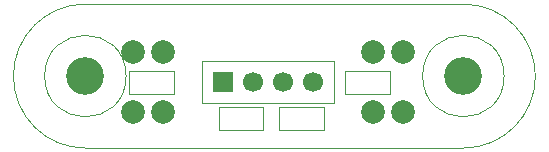
<source format=gbr>
%TF.GenerationSoftware,KiCad,Pcbnew,9.0.2*%
%TF.CreationDate,2025-05-26T20:44:28+03:00*%
%TF.ProjectId,line2,6c696e65-322e-46b6-9963-61645f706362,rev?*%
%TF.SameCoordinates,Original*%
%TF.FileFunction,Paste,Bot*%
%TF.FilePolarity,Positive*%
%FSLAX46Y46*%
G04 Gerber Fmt 4.6, Leading zero omitted, Abs format (unit mm)*
G04 Created by KiCad (PCBNEW 9.0.2) date 2025-05-26 20:44:28*
%MOMM*%
%LPD*%
G01*
G04 APERTURE LIST*
%TA.AperFunction,ComponentPad*%
%ADD10C,2.000000*%
%TD*%
%TA.AperFunction,ComponentPad*%
%ADD11R,1.700000X1.700000*%
%TD*%
%TA.AperFunction,ComponentPad*%
%ADD12C,1.700000*%
%TD*%
%ADD13C,2.000000*%
%ADD14R,1.700000X1.700000*%
%ADD15C,1.700000*%
%ADD16C,3.200000*%
%ADD17C,0.050000*%
%TA.AperFunction,Profile*%
%ADD18C,0.050000*%
%TD*%
G04 APERTURE END LIST*
D10*
%TO.P,U2,1,A*%
%TO.N,+5V*%
X184404000Y-76200000D03*
%TO.P,U2,2,K*%
%TO.N,Net-(U2-K)*%
X181864000Y-76200000D03*
%TO.P,U2,3*%
%TO.N,Net-(J1-Pin_3)*%
X184404000Y-71140000D03*
%TO.P,U2,4*%
%TO.N,GND*%
X181864000Y-71120000D03*
%TD*%
%TO.P,U1,1,A*%
%TO.N,+5V*%
X164084000Y-76200000D03*
%TO.P,U1,2,K*%
%TO.N,Net-(U1-K)*%
X161544000Y-76200000D03*
%TO.P,U1,3*%
%TO.N,Net-(J1-Pin_2)*%
X164084000Y-71140000D03*
%TO.P,U1,4*%
%TO.N,GND*%
X161544000Y-71120000D03*
%TD*%
D11*
%TO.P,J1,1,Pin_1*%
%TO.N,GND*%
X169164000Y-73660000D03*
D12*
%TO.P,J1,2,Pin_2*%
%TO.N,Net-(J1-Pin_2)*%
X171704000Y-73660000D03*
%TO.P,J1,3,Pin_3*%
%TO.N,Net-(J1-Pin_3)*%
X174244000Y-73660000D03*
%TO.P,J1,4,Pin_4*%
%TO.N,+5V*%
X176784000Y-73660000D03*
%TD*%
D13*
%TO.C,U2*%
X184404000Y-76200000D03*
X181864000Y-76200000D03*
X184404000Y-71140000D03*
X181864000Y-71120000D03*
%TD*%
%TO.C,U1*%
X164084000Y-76200000D03*
X161544000Y-76200000D03*
X164084000Y-71140000D03*
X161544000Y-71120000D03*
%TD*%
D14*
%TO.C,J1*%
X169164000Y-73660000D03*
D15*
X171704000Y-73660000D03*
X174244000Y-73660000D03*
X176784000Y-73660000D03*
%TD*%
D16*
%TO.C,REF\u002A\u002A*%
X189484000Y-73152000D03*
%TD*%
%TO.C,REF\u002A\u002A*%
X157480000Y-73152000D03*
%TD*%
D17*
%TO.C,R4*%
X173888000Y-75728000D02*
X177648000Y-75728000D01*
X173888000Y-77688000D02*
X173888000Y-75728000D01*
X177648000Y-75728000D02*
X177648000Y-77688000D01*
X177648000Y-77688000D02*
X173888000Y-77688000D01*
%TO.C,R2*%
X168786500Y-75728000D02*
X172546500Y-75728000D01*
X168786500Y-77688000D02*
X168786500Y-75728000D01*
X172546500Y-75728000D02*
X172546500Y-77688000D01*
X172546500Y-77688000D02*
X168786500Y-77688000D01*
%TO.C,R3*%
X179476000Y-72680000D02*
X183236000Y-72680000D01*
X179476000Y-74640000D02*
X179476000Y-72680000D01*
X183236000Y-72680000D02*
X183236000Y-74640000D01*
X183236000Y-74640000D02*
X179476000Y-74640000D01*
%TO.C,J1*%
X167394000Y-71890000D02*
X167394000Y-75430000D01*
X167394000Y-75430000D02*
X178554000Y-75430000D01*
X178554000Y-71890000D02*
X167394000Y-71890000D01*
X178554000Y-75430000D02*
X178554000Y-71890000D01*
%TO.C,REF\u002A\u002A*%
X192934000Y-73152000D02*
G75*
G02*
X186034000Y-73152000I-3450000J0D01*
G01*
X186034000Y-73152000D02*
G75*
G02*
X192934000Y-73152000I3450000J0D01*
G01*
X160930000Y-73152000D02*
G75*
G02*
X154030000Y-73152000I-3450000J0D01*
G01*
X154030000Y-73152000D02*
G75*
G02*
X160930000Y-73152000I3450000J0D01*
G01*
%TO.C,R1*%
X161188000Y-72680000D02*
X164948000Y-72680000D01*
X161188000Y-74640000D02*
X161188000Y-72680000D01*
X164948000Y-72680000D02*
X164948000Y-74640000D01*
X164948000Y-74640000D02*
X161188000Y-74640000D01*
%TD*%
D18*
X189484000Y-67056000D02*
G75*
G02*
X189484000Y-79248000I0J-6096000D01*
G01*
X157480000Y-79248000D02*
G75*
G02*
X157480000Y-67056000I0J6096000D01*
G01*
X189484000Y-79248000D02*
X157480000Y-79248000D01*
X157480000Y-67056000D02*
X189484000Y-67056000D01*
M02*

</source>
